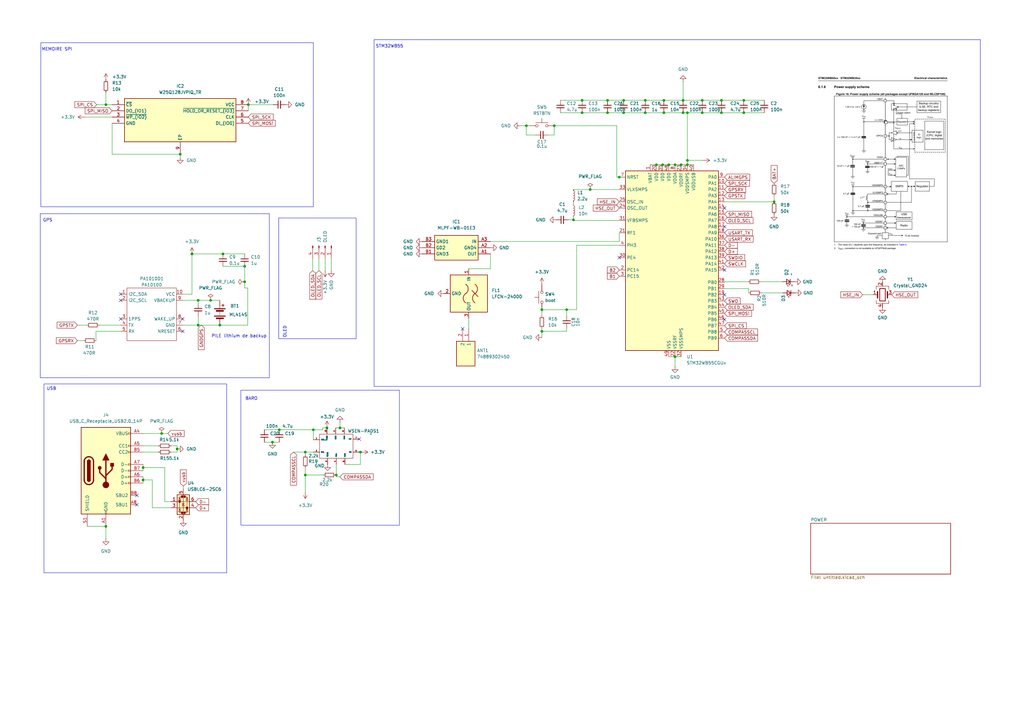
<source format=kicad_sch>
(kicad_sch (version 20231120) (generator "eeschema") (generator_version "8.0")
  (paper "A3")
  (junction (at 81.28 123.19))
  (junction (at 317.5 82.804))
  (junction (at 279.4 67.564))
  (junction (at 288.036 41.148))
  (junction (at 272.288 46.228))
  (junction (at 255.778 46.228))
  (junction (at 264.668 41.148))
  (junction (at 215.9 51.562))
  (junction (at 222.25 135.89))
  (junction (at 276.86 146.304))
  (junction (at 222.25 127))
  (junction (at 134.112 175.514))
  (junction (at 276.86 67.564))
  (junction (at 72.644 184.15))
  (junction (at 100.33 115.57))
  (junction (at 78.74 104.14))
  (junction (at 288.036 46.228))
  (junction (at 128.524 176.276))
  (junction (at 281.94 46.228))
  (junction (at 58.674 191.77))
  (junction (at 271.78 67.564))
  (junction (at 249.174 41.148))
  (junction (at 86.36 123.19))
  (junction (at 66.294 177.8))
  (junction (at 295.91 41.148))
  (junction (at 280.162 46.228))
  (junction (at 137.922 194.818))
  (junction (at 305.054 46.228))
  (junction (at 272.288 41.148))
  (junction (at 242.062 77.724))
  (junction (at 238.76 46.228))
  (junction (at 249.174 46.228))
  (junction (at 254 72.644))
  (junction (at 81.28 133.35))
  (junction (at 147.828 185.42))
  (junction (at 91.44 104.14))
  (junction (at 139.446 175.514))
  (junction (at 43.434 42.926))
  (junction (at 281.94 65.786))
  (junction (at 101.854 42.926))
  (junction (at 274.32 67.564))
  (junction (at 227.33 51.562))
  (junction (at 43.434 215.9))
  (junction (at 111.76 181.356))
  (junction (at 58.674 196.85))
  (junction (at 255.778 41.148))
  (junction (at 114.554 176.276))
  (junction (at 295.91 46.228))
  (junction (at 281.94 67.564))
  (junction (at 269.24 67.564))
  (junction (at 238.76 41.148))
  (junction (at 235.204 90.17))
  (junction (at 125.222 185.42))
  (junction (at 232.41 127))
  (junction (at 90.17 133.35))
  (junction (at 305.054 41.148))
  (junction (at 73.914 63.246))
  (junction (at 264.668 46.228))
  (junction (at 280.162 41.148))
  (junction (at 100.33 109.22))
  (junction (at 125.222 194.818))
  (no_connect (at 49.53 120.65))
  (no_connect (at 297.18 92.964))
  (no_connect (at 49.53 123.19))
  (no_connect (at 147.32 180.086))
  (no_connect (at 297.18 120.904))
  (no_connect (at 297.18 85.344))
  (no_connect (at 254 105.664))
  (no_connect (at 56.134 203.2))
  (no_connect (at 297.18 110.744))
  (no_connect (at 189.738 134.874))
  (no_connect (at 49.53 130.81))
  (no_connect (at 74.93 135.89))
  (no_connect (at 56.134 207.01))
  (no_connect (at 74.93 130.81))
  (no_connect (at 297.18 131.064))
  (wire (pts (xy 74.93 120.65) (xy 78.74 120.65)))
  (wire (pts (xy 317.5 80.264) (xy 317.5 82.804)))
  (wire (pts (xy 91.44 109.22) (xy 100.33 109.22)))
  (wire (pts (xy 288.036 41.148) (xy 295.91 41.148)))
  (wire (pts (xy 254 72.644) (xy 252.984 72.644)))
  (wire (pts (xy 74.93 123.19) (xy 81.28 123.19)))
  (wire (pts (xy 58.674 185.42) (xy 65.024 185.42)))
  (wire (pts (xy 75.184 200.66) (xy 75.184 199.39)))
  (wire (pts (xy 288.036 46.228) (xy 295.91 46.228)))
  (wire (pts (xy 81.28 123.19) (xy 81.28 124.46)))
  (wire (pts (xy 222.25 135.89) (xy 222.25 138.43)))
  (wire (pts (xy 137.668 175.514) (xy 139.446 175.514)))
  (wire (pts (xy 111.76 181.356) (xy 114.554 181.356)))
  (wire (pts (xy 297.18 82.804) (xy 317.5 82.804)))
  (wire (pts (xy 353.822 120.904) (xy 358.14 120.904)))
  (wire (pts (xy 45.974 63.246) (xy 45.974 50.546)))
  (wire (pts (xy 281.94 46.228) (xy 281.94 65.786)))
  (wire (pts (xy 67.564 205.74) (xy 67.564 191.77)))
  (wire (pts (xy 58.674 196.85) (xy 58.674 198.12)))
  (wire (pts (xy 306.832 115.57) (xy 297.18 115.57)))
  (wire (pts (xy 215.9 51.562) (xy 217.17 51.562)))
  (wire (pts (xy 192.278 130.556) (xy 192.278 134.874)))
  (wire (pts (xy 137.668 194.818) (xy 137.922 194.818)))
  (wire (pts (xy 133.35 110.998) (xy 133.35 105.918)))
  (wire (pts (xy 297.18 118.364) (xy 307.086 118.364)))
  (wire (pts (xy 108.458 181.356) (xy 111.76 181.356)))
  (wire (pts (xy 132.334 175.514) (xy 134.112 175.514)))
  (wire (pts (xy 280.162 46.228) (xy 281.94 46.228)))
  (wire (pts (xy 31.75 133.35) (xy 35.56 133.35)))
  (wire (pts (xy 272.288 41.148) (xy 280.162 41.148)))
  (wire (pts (xy 70.104 182.88) (xy 72.644 182.88)))
  (wire (pts (xy 269.24 67.564) (xy 271.78 67.564)))
  (wire (pts (xy 125.222 186.69) (xy 125.222 185.42)))
  (wire (pts (xy 305.054 41.148) (xy 313.436 41.148)))
  (wire (pts (xy 147.828 185.42) (xy 147.32 185.42)))
  (wire (pts (xy 81.28 133.35) (xy 90.17 133.35)))
  (wire (pts (xy 58.674 182.88) (xy 65.024 182.88)))
  (wire (pts (xy 224.79 55.372) (xy 227.33 55.372)))
  (wire (pts (xy 135.89 110.998) (xy 135.89 105.918)))
  (wire (pts (xy 100.33 115.57) (xy 100.33 118.11)))
  (wire (pts (xy 235.204 90.17) (xy 235.204 88.9)))
  (wire (pts (xy 232.41 127) (xy 232.41 129.54)))
  (wire (pts (xy 34.544 48.006) (xy 45.974 48.006)))
  (wire (pts (xy 58.674 191.77) (xy 58.674 193.04)))
  (wire (pts (xy 40.64 133.35) (xy 49.53 133.35)))
  (wire (pts (xy 72.644 185.42) (xy 72.644 184.15)))
  (wire (pts (xy 232.41 134.62) (xy 232.41 135.89)))
  (wire (pts (xy 139.446 195.58) (xy 137.922 195.58)))
  (wire (pts (xy 227.33 51.562) (xy 252.984 51.562)))
  (wire (pts (xy 101.6 118.11) (xy 101.6 133.35)))
  (wire (pts (xy 201.168 110.236) (xy 201.168 104.14)))
  (wire (pts (xy 125.222 194.818) (xy 125.222 191.77)))
  (wire (pts (xy 58.674 195.58) (xy 58.674 196.85)))
  (wire (pts (xy 254 90.424) (xy 235.204 90.424)))
  (wire (pts (xy 39.37 135.89) (xy 49.53 135.89)))
  (wire (pts (xy 35.814 215.9) (xy 43.434 215.9)))
  (wire (pts (xy 232.41 135.89) (xy 222.25 135.89)))
  (wire (pts (xy 148.336 185.42) (xy 147.828 185.42)))
  (wire (pts (xy 254 99.06) (xy 254 95.504)))
  (wire (pts (xy 238.76 41.148) (xy 249.174 41.148)))
  (wire (pts (xy 235.204 77.724) (xy 242.062 77.724)))
  (wire (pts (xy 43.434 42.926) (xy 43.434 37.846)))
  (wire (pts (xy 254.254 72.644) (xy 254 72.644)))
  (wire (pts (xy 264.668 46.228) (xy 272.288 46.228)))
  (wire (pts (xy 213.36 51.562) (xy 215.9 51.562)))
  (wire (pts (xy 78.74 120.65) (xy 78.74 104.14)))
  (wire (pts (xy 236.474 100.584) (xy 236.474 127)))
  (wire (pts (xy 39.37 139.7) (xy 39.37 135.89)))
  (wire (pts (xy 100.33 109.22) (xy 100.33 115.57)))
  (wire (pts (xy 305.054 46.228) (xy 313.436 46.228)))
  (wire (pts (xy 271.78 67.564) (xy 274.32 67.564)))
  (wire (pts (xy 101.6 133.35) (xy 90.17 133.35)))
  (wire (pts (xy 233.172 90.17) (xy 235.204 90.17)))
  (wire (pts (xy 255.778 46.228) (xy 264.668 46.228)))
  (wire (pts (xy 125.222 185.42) (xy 128.524 185.42)))
  (wire (pts (xy 62.484 196.85) (xy 58.674 196.85)))
  (wire (pts (xy 81.28 123.19) (xy 86.36 123.19)))
  (wire (pts (xy 279.4 67.564) (xy 281.94 67.564)))
  (wire (pts (xy 235.204 82.804) (xy 235.204 83.82)))
  (wire (pts (xy 222.25 134.62) (xy 222.25 135.89)))
  (wire (pts (xy 238.76 46.228) (xy 249.174 46.228)))
  (wire (pts (xy 128.524 176.276) (xy 128.524 180.34)))
  (wire (pts (xy 242.062 77.724) (xy 254 77.724)))
  (wire (pts (xy 255.778 41.148) (xy 264.668 41.148)))
  (wire (pts (xy 274.32 146.304) (xy 276.86 146.304)))
  (wire (pts (xy 295.91 46.228) (xy 305.054 46.228)))
  (wire (pts (xy 272.288 46.228) (xy 280.162 46.228)))
  (wire (pts (xy 86.36 123.19) (xy 90.17 123.19)))
  (wire (pts (xy 39.624 42.926) (xy 43.434 42.926)))
  (wire (pts (xy 128.524 176.276) (xy 132.334 176.276)))
  (wire (pts (xy 70.104 208.28) (xy 62.484 208.28)))
  (wire (pts (xy 114.554 176.276) (xy 128.524 176.276)))
  (wire (pts (xy 252.984 51.562) (xy 252.984 72.644)))
  (wire (pts (xy 215.9 55.372) (xy 215.9 51.562)))
  (wire (pts (xy 192.278 110.236) (xy 201.168 110.236)))
  (wire (pts (xy 222.25 129.54) (xy 222.25 127)))
  (wire (pts (xy 249.174 41.148) (xy 255.778 41.148)))
  (wire (pts (xy 101.854 42.926) (xy 101.854 45.466)))
  (wire (pts (xy 141.478 190.5) (xy 147.828 190.5)))
  (wire (pts (xy 281.94 65.786) (xy 281.94 67.564)))
  (wire (pts (xy 249.174 46.228) (xy 255.778 46.228)))
  (wire (pts (xy 307.086 118.364) (xy 307.086 120.142)))
  (wire (pts (xy 264.668 41.148) (xy 272.288 41.148)))
  (wire (pts (xy 280.162 41.148) (xy 288.036 41.148)))
  (wire (pts (xy 281.94 46.228) (xy 288.036 46.228)))
  (wire (pts (xy 120.396 185.42) (xy 125.222 185.42)))
  (wire (pts (xy 43.434 215.9) (xy 43.434 220.98)))
  (wire (pts (xy 70.104 205.74) (xy 67.564 205.74)))
  (wire (pts (xy 147.828 190.5) (xy 147.828 185.42)))
  (wire (pts (xy 311.912 115.57) (xy 320.802 115.57)))
  (wire (pts (xy 227.33 51.562) (xy 227.33 55.372)))
  (wire (pts (xy 101.854 42.926) (xy 112.014 42.926)))
  (wire (pts (xy 125.222 201.93) (xy 125.222 194.818)))
  (wire (pts (xy 74.93 133.35) (xy 81.28 133.35)))
  (wire (pts (xy 235.204 90.424) (xy 235.204 90.17)))
  (wire (pts (xy 128.27 110.998) (xy 128.27 105.918)))
  (wire (pts (xy 134.112 175.26) (xy 134.112 175.514)))
  (wire (pts (xy 70.104 185.42) (xy 72.644 185.42)))
  (wire (pts (xy 132.334 176.276) (xy 132.334 175.514)))
  (wire (pts (xy 137.922 195.58) (xy 137.922 194.818)))
  (wire (pts (xy 139.446 173.228) (xy 139.446 175.514)))
  (wire (pts (xy 91.44 104.14) (xy 100.33 104.14)))
  (wire (pts (xy 222.25 127) (xy 232.41 127)))
  (wire (pts (xy 229.87 41.148) (xy 238.76 41.148)))
  (wire (pts (xy 266.7 67.564) (xy 269.24 67.564)))
  (wire (pts (xy 73.914 63.246) (xy 73.914 64.516)))
  (wire (pts (xy 276.86 67.564) (xy 279.4 67.564)))
  (wire (pts (xy 100.33 118.11) (xy 101.6 118.11)))
  (wire (pts (xy 312.166 120.142) (xy 321.056 120.142)))
  (wire (pts (xy 288.544 65.786) (xy 281.94 65.786)))
  (wire (pts (xy 45.974 42.926) (xy 43.434 42.926)))
  (wire (pts (xy 125.222 194.818) (xy 132.588 194.818)))
  (wire (pts (xy 229.87 46.228) (xy 238.76 46.228)))
  (wire (pts (xy 31.75 139.7) (xy 34.29 139.7)))
  (wire (pts (xy 108.458 176.276) (xy 114.554 176.276)))
  (wire (pts (xy 219.71 55.372) (xy 215.9 55.372)))
  (wire (pts (xy 78.74 104.14) (xy 91.44 104.14)))
  (wire (pts (xy 58.674 190.5) (xy 58.674 191.77)))
  (wire (pts (xy 67.564 191.77) (xy 58.674 191.77)))
  (wire (pts (xy 137.922 190.5) (xy 137.922 194.818)))
  (wire (pts (xy 130.81 110.998) (xy 130.81 105.918)))
  (wire (pts (xy 276.86 146.304) (xy 276.86 150.368)))
  (wire (pts (xy 274.32 67.564) (xy 276.86 67.564)))
  (wire (pts (xy 297.18 115.57) (xy 297.18 115.824)))
  (wire (pts (xy 73.914 63.246) (xy 45.974 63.246)))
  (wire (pts (xy 295.91 41.148) (xy 305.054 41.148)))
  (wire (pts (xy 276.86 146.304) (xy 279.4 146.304)))
  (wire (pts (xy 58.674 177.8) (xy 66.294 177.8)))
  (wire (pts (xy 139.446 175.514) (xy 141.224 175.514)))
  (wire (pts (xy 232.41 127) (xy 236.474 127)))
  (wire (pts (xy 280.162 33.528) (xy 280.162 41.148)))
  (wire (pts (xy 72.644 182.88) (xy 72.644 184.15)))
  (wire (pts (xy 201.168 99.06) (xy 254 99.06)))
  (wire (pts (xy 81.28 133.35) (xy 81.28 129.54)))
  (wire (pts (xy 222.25 116.586) (xy 222.25 116.84)))
  (wire (pts (xy 62.484 208.28) (xy 62.484 196.85)))
  (wire (pts (xy 66.294 177.8) (xy 68.834 177.8)))
  (wire (pts (xy 281.94 67.564) (xy 284.48 67.564)))
  (wire (pts (xy 236.474 100.584) (xy 254 100.584)))
  (rectangle (start 16.764 17.526) (end 128.524 84.836))
  (rectangle (start 114.3 138.938) (end 146.05 89.408))
  (rectangle (start 98.806 160.02) (end 163.83 215.392))
  (rectangle (start 16.51 87.63) (end 110.49 154.94))
  (rectangle (start 153.416 16.256) (end 402.082 158.496))
  (rectangle (start 18.034 157.48) (end 92.964 234.95))
  (image (at 362.712 68.326) (scale 0.425045))
  (text "MEMOIRE SPI\n" (at 23.368 20.32 0) (effects (font (size 1.27 1.27))))
  (text "USB" (at 21.082 159.512 0) (effects (font (size 1.27 1.27))))
  (text "PILE lithium de backup" (at 98.044 137.922 0) (effects (font (size 1.27 1.27))))
  (text "BARO\n" (at 103.124 163.576 0) (effects (font (size 1.27 1.27))))
  (text "STM32WB55" (at 159.766 19.05 0) (effects (font (size 1.27 1.27))))
  (text "OLED" (at 116.84 136.144 90) (effects (font (size 1.27 1.27))))
  (text "GPS" (at 19.558 90.424 0) (effects (font (size 1.27 1.27))))
  (global_label "vusb" (shape input) (at 75.184 199.39 90) (property "Intersheetrefs" "${INTERSHEET_REFS}" (effects (hide yes))))
  (global_label "GPSRX" (shape input) (at 31.75 139.7 180) (property "Intersheetrefs" "${INTERSHEET_REFS}" (effects (hide yes))))
  (global_label "vusb" (shape input) (at 68.834 177.8 0) (property "Intersheetrefs" "${INTERSHEET_REFS}" (effects (hide yes))))
  (global_label "OLED_SCL" (shape input) (at 130.81 110.998 270) (property "Intersheetrefs" "${INTERSHEET_REFS}" (effects (hide yes))))
  (global_label "B1" (shape input) (at 254 113.284 180) (property "Intersheetrefs" "${INTERSHEET_REFS}" (effects (hide yes))))
  (global_label "HSE_IN" (shape input) (at 353.822 120.904 180) (property "Intersheetrefs" "${INTERSHEET_REFS}" (effects (hide yes))))
  (global_label "B2" (shape input) (at 254 110.744 180) (property "Intersheetrefs" "${INTERSHEET_REFS}" (effects (hide yes))))
  (global_label "GPSTX" (shape input) (at 297.18 80.264 0) (property "Intersheetrefs" "${INTERSHEET_REFS}" (effects (hide yes))))
  (global_label "OLED_SDA" (shape input) (at 297.18 125.984 0) (property "Intersheetrefs" "${INTERSHEET_REFS}" (effects (hide yes))))
  (global_label "SPI_MISO" (shape input) (at 297.18 87.884 0) (property "Intersheetrefs" "${INTERSHEET_REFS}" (effects (hide yes))))
  (global_label "USART_RX" (shape input) (at 297.18 98.044 0) (property "Intersheetrefs" "${INTERSHEET_REFS}" (effects (hide yes))))
  (global_label "USART_TX" (shape input) (at 297.18 95.504 0) (property "Intersheetrefs" "${INTERSHEET_REFS}" (effects (hide yes))))
  (global_label "SPI_SCK" (shape input) (at 101.854 48.006 0) (property "Intersheetrefs" "${INTERSHEET_REFS}" (effects (hide yes))))
  (global_label "D-" (shape input) (at 297.18 100.584 0) (property "Intersheetrefs" "${INTERSHEET_REFS}" (effects (hide yes))))
  (global_label "GNDGPS" (shape input) (at 82.55 133.35 270) (property "Intersheetrefs" "${INTERSHEET_REFS}" (effects (hide yes))))
  (global_label "BAT+" (shape input) (at 317.5 75.184 90) (property "Intersheetrefs" "${INTERSHEET_REFS}" (effects (hide yes))))
  (global_label "SWDIO" (shape input) (at 297.18 105.664 0) (property "Intersheetrefs" "${INTERSHEET_REFS}" (effects (hide yes))))
  (global_label "SPI_SCK" (shape input) (at 297.18 75.184 0) (property "Intersheetrefs" "${INTERSHEET_REFS}" (effects (hide yes))))
  (global_label "SPI_CS" (shape input) (at 39.624 42.926 180) (property "Intersheetrefs" "${INTERSHEET_REFS}" (effects (hide yes))))
  (global_label "SWO" (shape input) (at 297.18 123.444 0) (property "Intersheetrefs" "${INTERSHEET_REFS}" (effects (hide yes))))
  (global_label "OLED_SCL" (shape input) (at 297.18 90.424 0) (property "Intersheetrefs" "${INTERSHEET_REFS}" (effects (hide yes))))
  (global_label "HSE_OUT" (shape input) (at 254 85.344 180) (property "Intersheetrefs" "${INTERSHEET_REFS}" (effects (hide yes))))
  (global_label "SPI_MISO" (shape input) (at 45.974 45.466 180) (property "Intersheetrefs" "${INTERSHEET_REFS}" (effects (hide yes))))
  (global_label "COMPASSCL" (shape input) (at 297.18 136.144 0) (property "Intersheetrefs" "${INTERSHEET_REFS}" (effects (hide yes))))
  (global_label "SWCLK" (shape input) (at 297.18 108.204 0) (property "Intersheetrefs" "${INTERSHEET_REFS}" (effects (hide yes))))
  (global_label "GPSRX" (shape input) (at 297.18 77.724 0) (property "Intersheetrefs" "${INTERSHEET_REFS}" (effects (hide yes))))
  (global_label "HSE_OUT" (shape input) (at 365.76 120.904 0) (property "Intersheetrefs" "${INTERSHEET_REFS}" (effects (hide yes))))
  (global_label "GPSTX" (shape input) (at 31.75 133.35 180) (property "Intersheetrefs" "${INTERSHEET_REFS}" (effects (hide yes))))
  (global_label "D+" (shape input) (at 80.264 208.28 0) (property "Intersheetrefs" "${INTERSHEET_REFS}" (effects (hide yes))))
  (global_label "HSE_IN" (shape input) (at 254 82.804 180) (property "Intersheetrefs" "${INTERSHEET_REFS}" (effects (hide yes))))
  (global_label "COMPASSDA" (shape input) (at 139.446 195.58 0) (property "Intersheetrefs" "${INTERSHEET_REFS}" (effects (hide yes))))
  (global_label "COMPASSDA" (shape input) (at 297.18 138.684 0) (property "Intersheetrefs" "${INTERSHEET_REFS}" (effects (hide yes))))
  (global_label "COMPASSCL" (shape input) (at 120.396 185.42 270) (property "Intersheetrefs" "${INTERSHEET_REFS}" (effects (hide yes))))
  (global_label "SPI_CS" (shape input) (at 297.18 133.604 0) (property "Intersheetrefs" "${INTERSHEET_REFS}" (effects (hide yes))))
  (global_label "SPI_MOSi" (shape input) (at 101.854 50.546 0) (property "Intersheetrefs" "${INTERSHEET_REFS}" (effects (hide yes))))
  (global_label "D-" (shape input) (at 80.264 205.74 0) (property "Intersheetrefs" "${INTERSHEET_REFS}" (effects (hide yes))))
  (global_label "SPI_MOSi" (shape input) (at 297.18 128.524 0) (property "Intersheetrefs" "${INTERSHEET_REFS}" (effects (hide yes))))
  (global_label "OLED_SDA" (shape input) (at 128.27 110.998 270) (property "Intersheetrefs" "${INTERSHEET_REFS}" (effects (hide yes))))
  (global_label "ALIMGPS" (shape input) (at 297.18 72.644 0) (property "Intersheetrefs" "${INTERSHEET_REFS}" (effects (hide yes))))
  (global_label "D+" (shape input) (at 297.18 103.124 0) (property "Intersheetrefs" "${INTERSHEET_REFS}" (effects (hide yes))))
  (symbol (lib_id "power:GND") (at 213.36 51.562 270) (unit 1)
    (property "Reference" "#PWR029" (effects (hide yes)))
    (property "Value" "GND" (at 209.55 51.5619 90) (effects (justify right)))
    (property "Description" "Power symbol creates a global label with name \"GND\" , ground" (effects (hide yes)))
  )
  (symbol (lib_id "power:GND") (at 139.446 173.228 180) (unit 1)
    (property "Reference" "#PWR037" (effects (hide yes)))
    (property "Value" "GND" (at 139.446 168.148 0))
    (property "Description" "Power symbol creates a global label with name \"GND\" , ground" (effects (hide yes)))
  )
  (symbol (lib_id "power:GND") (at 173.228 104.14 270) (unit 1)
    (property "Reference" "#PWR044" (effects (hide yes)))
    (property "Value" "GND" (at 169.418 104.1399 90) (effects (justify right)))
    (property "Description" "Power symbol creates a global label with name \"GND\" , ground" (effects (hide yes)))
  )
  (symbol (lib_id "power:GND") (at 326.136 120.142 90) (unit 1)
    (property "Reference" "#PWR047" (effects (hide yes)))
    (property "Value" "GND" (at 329.438 120.1419 90) (effects (justify right)))
    (property "Description" "Power symbol creates a global label with name \"GND\" , ground" (effects (hide yes)))
  )
  (symbol (lib_id "power:GND") (at 134.366 190.5 0) (unit 1)
    (property "Reference" "#PWR036" (effects (hide yes)))
    (property "Value" "GND" (at 131.064 191.008 0))
    (property "Description" "Power symbol creates a global label with name \"GND\" , ground" (effects (hide yes)))
  )
  (symbol (lib_id "Device:C_Small") (at 114.554 42.926 90) (unit 1)
    (property "Reference" "C11" (at 114.5603 36.576 90))
    (property "Value" "100n" (at 114.5603 39.116 90))
    (property "Footprint" "Capacitor_SMD:C_0402_1005Metric" (effects (hide yes)))
    (property "Description" "Unpolarized capacitor, small symbol" (effects (hide yes)))
  )
  (symbol (lib_id "Device:R_Small") (at 309.626 120.142 90) (unit 1)
    (property "Reference" "R2" (at 311.404 123.698 0) (effects (justify left)))
    (property "Value" "510R" (at 313.436 125.73 0) (effects (justify left)))
    (property "Footprint" "Resistor_SMD:R_0402_1005Metric" (effects (hide yes)))
    (property "Description" "Resistor, small symbol" (effects (hide yes)))
  )
  (symbol (lib_id "power:GND") (at 276.86 150.368 0) (unit 1)
    (property "Reference" "#PWR038" (effects (hide yes)))
    (property "Value" "GND" (at 276.86 154.686 0))
    (property "Description" "Power symbol creates a global label with name \"GND\" , ground" (effects (hide yes)))
  )
  (symbol (lib_id "Device:C_Small") (at 238.76 43.688 0) (unit 1)
    (property "Reference" "C13" (at 241.3 42.4242 0) (effects (justify left)))
    (property "Value" "100n" (at 241.3 44.9642 0) (effects (justify left)))
    (property "Footprint" "Capacitor_SMD:C_0402_1005Metric" (effects (hide yes)))
    (property "Description" "Unpolarized capacitor, small symbol" (effects (hide yes)))
  )
  (symbol (lib_id "RF_Filter:LFCN-2400D") (at 192.278 120.396 270) (unit 1)
    (property "Reference" "FL1" (at 201.676 119.1259 90) (effects (justify left)))
    (property "Value" "LFCN-2400D" (at 201.676 121.6659 90) (effects (justify left)))
    (property "Footprint" "DLF162500LT-5028A1:DLF162500LT5028A1" (effects (hide yes)))
    (property "Datasheet" "https://www.minicircuits.com/pdfs/LFCN-2400D+.pdf" (effects (hide yes)))
    (property "Description" "2400MHz 50 Ohm Passive Low Pass Filter, DC capable, FV1206" (effects (hide yes)))
  )
  (symbol (lib_id "LTC4065:USB_C_Receptacle_USB2.0_16P") (at 43.434 193.04 0) (unit 1)
    (property "Reference" "J4" (at 43.434 170.18 0))
    (property "Value" "USB_C_Receptacle_USB2.0_14P" (at 43.434 172.72 0))
    (property "Footprint" "USBCWURTH:USB4110_USBC_SMT" (effects (hide yes)))
    (property "Datasheet" "https://www.we-online.com/components/products/datasheet/629722000214.pdf" (effects (hide yes)))
    (property "Description" "USB 2.0-only 16p Type-C Receptacle connector" (effects (hide yes)))
  )
  (symbol (lib_id "Device:C_Small") (at 313.436 43.688 0) (unit 1)
    (property "Reference" "C2" (at 315.976 42.4242 0) (effects (justify left)))
    (property "Value" "100n" (at 315.976 44.9642 0) (effects (justify left)))
    (property "Footprint" "Capacitor_SMD:C_0402_1005Metric" (effects (hide yes)))
    (property "Description" "Unpolarized capacitor, small symbol" (effects (hide yes)))
  )
  (symbol (lib_id "power:GND") (at 201.168 101.6 90) (unit 1)
    (property "Reference" "#PWR041" (effects (hide yes)))
    (property "Value" "GND" (at 204.724 101.5999 90) (effects (justify right)))
    (property "Description" "Power symbol creates a global label with name \"GND\" , ground" (effects (hide yes)))
  )
  (symbol (lib_id "Device:R_Small") (at 222.25 132.08 0) (unit 1)
    (property "Reference" "R16" (at 224.79 130.8099 0) (effects (justify left)))
    (property "Value" "10k" (at 224.79 133.3499 0) (effects (justify left)))
    (property "Footprint" "Resistor_SMD:R_0402_1005Metric" (effects (hide yes)))
    (property "Description" "Resistor, small symbol" (effects (hide yes)))
  )
  (symbol (lib_id "power:GND") (at 361.95 125.984 0) (unit 1)
    (property "Reference" "#PWR039" (effects (hide yes)))
    (property "Value" "GND" (at 361.95 130.302 0))
    (property "Description" "Power symbol creates a global label with name \"GND\" , ground" (effects (hide yes)))
  )
  (symbol (lib_id "Device:L_Small") (at 235.204 80.264 0) (unit 1)
    (property "Reference" "L1" (at 236.728 78.9939 0) (effects (justify left)))
    (property "Value" "2.2u" (at 236.728 81.5339 0) (effects (justify left)))
    (property "Footprint" "Inductor_SMD:L_0805_2012Metric" (effects (hide yes)))
    (property "Description" "Inductor, small symbol" (effects (hide yes)))
  )
  (symbol (lib_id "Device:C_Small") (at 91.44 106.68 0) (unit 1)
    (property "Reference" "C9" (at 93.98 105.4162 0) (effects (justify left)))
    (property "Value" "0.1u" (at 93.98 107.9562 0) (effects (justify left)))
    (property "Footprint" "Capacitor_SMD:C_0402_1005Metric" (effects (hide yes)))
    (property "Description" "Unpolarized capacitor, small symbol" (effects (hide yes)))
  )
  (symbol (lib_id "power:GND") (at 317.5 87.884 0) (unit 1)
    (property "Reference" "#PWR032" (effects (hide yes)))
    (property "Value" "GND" (at 317.5 92.964 0))
    (property "Description" "Power symbol creates a global label with name \"GND\" , ground" (effects (hide yes)))
  )
  (symbol (lib_id "Device:C_Small") (at 222.25 55.372 90) (unit 1)
    (property "Reference" "C17" (at 222.25 58.166 90))
    (property "Value" "0.1u" (at 222.25 59.944 90))
    (property "Footprint" "Capacitor_SMD:C_0402_1005Metric" (effects (hide yes)))
    (property "Description" "Unpolarized capacitor, small symbol" (effects (hide yes)))
  )
  (symbol (lib_id "Device:C_Small") (at 114.554 178.816 180) (unit 1)
    (property "Reference" "C19" (at 116.84 177.8 0) (effects (justify right)))
    (property "Value" "4.7u" (at 120.142 174.752 0) (effects (justify left)))
    (property "Footprint" "Capacitor_SMD:C_0402_1005Metric" (effects (hide yes)))
    (property "Description" "Unpolarized capacitor, small symbol" (effects (hide yes)))
  )
  (symbol (lib_id "power:PWR_FLAG") (at 100.33 115.57 90) (unit 1)
    (property "Reference" "#FLG03" (effects (hide yes)))
    (property "Value" "PWR_FLAG" (at 96.52 115.5699 90) (effects (justify left)))
    (property "Description" "Special symbol for telling ERC where power comes from" (effects (hide yes)))
  )
  (symbol (lib_id "Device:C_Small") (at 229.87 43.688 0) (unit 1)
    (property "Reference" "C12" (at 232.41 42.4242 0) (effects (justify left)))
    (property "Value" "4.7u" (at 232.41 44.9642 0) (effects (justify left)))
    (property "Footprint" "Capacitor_SMD:C_0402_1005Metric" (effects (hide yes)))
    (property "Description" "Unpolarized capacitor, small symbol" (effects (hide yes)))
  )
  (symbol (lib_id "Device:R_Small") (at 36.83 139.7 270) (unit 1)
    (property "Reference" "R11" (at 36.83 142.24 90))
    (property "Value" "470R" (at 36.576 144.78 90))
    (property "Footprint" "Resistor_SMD:R_0402_1005Metric" (effects (hide yes)))
    (property "Description" "Resistor, small symbol" (effects (hide yes)))
  )
  (symbol (lib_id "Device:C_Small") (at 108.458 178.816 180) (unit 1)
    (property "Reference" "C20" (at 110.744 177.8 0) (effects (justify right)))
    (property "Value" "100n" (at 114.046 174.752 0) (effects (justify left)))
    (property "Footprint" "Capacitor_SMD:C_0402_1005Metric" (effects (hide yes)))
    (property "Description" "Unpolarized capacitor, small symbol" (effects (hide yes)))
  )
  (symbol (lib_id "Device:R_Small") (at 67.564 185.42 90) (unit 1)
    (property "Reference" "R15" (at 67.564 187.96 90))
    (property "Value" "5.1k" (at 71.374 187.96 90))
    (property "Footprint" "Resistor_SMD:R_0402_1005Metric" (effects (hide yes)))
    (property "Description" "Resistor, small symbol" (effects (hide yes)))
  )
  (symbol (lib_id "Device:R_Small") (at 67.564 182.88 90) (unit 1)
    (property "Reference" "R14" (at 67.31 180.34 90))
    (property "Value" "5.1k" (at 71.374 180.34 90))
    (property "Footprint" "Resistor_SMD:R_0402_1005Metric" (effects (hide yes)))
    (property "Description" "Resistor, small symbol" (effects (hide yes)))
  )
  (symbol (lib_id "Device:C_Small") (at 232.41 132.08 180) (unit 1)
    (property "Reference" "C18" (at 235.204 132.08 90))
    (property "Value" "10n" (at 236.982 132.08 90))
    (property "Footprint" "Capacitor_SMD:C_0402_1005Metric" (effects (hide yes)))
    (property "Description" "Unpolarized capacitor, small symbol" (effects (hide yes)))
  )
  (symbol (lib_id "power:GND") (at 117.094 42.926 90) (unit 1)
    (property "Reference" "#PWR023" (effects (hide yes)))
    (property "Value" "GND" (at 120.904 42.9259 90) (effects (justify right)))
    (property "Description" "Power symbol creates a global label with name \"GND\" , ground" (effects (hide yes)))
  )
  (symbol (lib_id "Power_Protection:USBLC6-2SC6") (at 75.184 205.74 0) (unit 1)
    (property "Reference" "U4" (at 76.8351 198.12 0) (effects (justify left)))
    (property "Value" "USBLC6-2SC6" (at 76.8351 200.66 0) (effects (justify left)))
    (property "Footprint" "Package_TO_SOT_SMD:SOT-23-6" (effects (hide yes)))
    (property "Datasheet" "https://www.st.com/resource/en/datasheet/usblc6-2.pdf" (effects (hide yes)))
    (property "Description" "Very low capacitance ESD protection diode, 2 data-line, SOT-23-6" (effects (hide yes)))
  )
  (symbol (lib_id "Device:C_Small") (at 280.162 43.688 0) (unit 1)
    (property "Reference" "C22" (at 282.702 42.4242 0) (effects (justify left)))
    (property "Value" "100n" (at 282.702 44.9642 0) (effects (justify left)))
    (property "Footprint" "Capacitor_SMD:C_0402_1005Metric" (effects (hide yes)))
    (property "Description" "Unpolarized capacitor, small symbol" (effects (hide yes)))
  )
  (symbol (lib_id "Switch:SW_Push") (at 222.25 51.562 0) (unit 1)
    (property "Reference" "SW5" (at 222.25 43.942 0))
    (property "Value" "RSTBTN" (at 222.25 46.482 0))
    (property "Footprint" "KXT3:SW_KXT3" (effects (hide yes)))
    (property "Description" "Push button switch, generic, two pins" (effects (hide yes)))
  )
  (symbol (lib_id "Device:R_Small") (at 317.5 77.724 0) (unit 1)
    (property "Reference" "R17" (at 320.04 76.4539 0) (effects (justify left)))
    (property "Value" "50k" (at 320.04 78.9939 0) (effects (justify left)))
    (property "Footprint" "Resistor_SMD:R_0402_1005Metric" (effects (hide yes)))
    (property "Description" "Resistor, small symbol" (effects (hide yes)))
  )
  (symbol (lib_id "MCU_ST_STM32WB:STM32WB55CGUx") (at 274.32 108.204 0) (unit 1)
    (property "Reference" "U1" (at 281.5941 146.304 0) (effects (justify left)))
    (property "Value" "STM32WB55CGUx" (at 281.5941 148.844 0) (effects (justify left)))
    (property "Footprint" "Package_DFN_QFN:QFN-48-1EP_7x7mm_P0.5mm_EP5.6x5.6mm" (effects (hide yes)))
    (property "Datasheet" "https://www.st.com/resource/en/datasheet/stm32wb55cg.pdf" (effects (hide yes)))
    (property "Description" "STMicroelectronics Arm Cortex-M4 MCU, 1024KB flash, 256KB RAM, 64 MHz, 1.71-3.6V, 30 GPIO, UFQFPN48" (effects (hide yes)))
  )
  (symbol (lib_id "74889302450(antenne):74889302450") (at 192.278 134.874 270) (unit 1)
    (property "Reference" "ANT1" (at 195.58 143.7639 90) (effects (justify left)))
    (property "Value" "74889302450" (at 195.58 146.3039 90) (effects (justify left)))
    (property "Footprint" "antennesmd:74889302450" (effects (hide yes)))
    (property "Datasheet" "https://www.we-online.com/components/products/datasheet/74889302450.pdf" (effects (hide yes)))
    (property "Description" "Antennas WE-MCA 2400-2500 MHz 0.5 dBiAEC-Q200" (effects (hide yes)))
    (property "Height" "1.4" (effects (hide yes)))
    (property "Manufacturer_Name" "Wurth Elektronik" (effects (hide yes)))
    (property "Manufacturer_Part_Number" "74889302450" (effects (hide yes)))
    (property "Mouser Part Number" "710-74889302450" (effects (hide yes)))
    (property "Mouser Price/Stock" "https://www.mouser.co.uk/ProductDetail/Wurth-Elektronik/74889302450?qs=Li%252BoUPsLEnvpM4HLjF1%2F2A%3D%3D" (effects (hide yes)))
  )
  (symbol (lib_id "power:+3.3V") (at 125.222 201.93 180) (unit 1)
    (property "Reference" "#PWR034" (effects (hide yes)))
    (property "Value" "+3.3V" (at 125.222 207.264 0))
    (property "Description" "Power symbol creates a global label with name \"+3.3V\"" (effects (hide yes)))
  )
  (symbol (lib_id "Device:C_Small") (at 295.91 43.688 0) (unit 1)
    (property "Reference" "C24" (at 299.466 42.4242 0) (effects (justify left)))
    (property "Value" "4.7u" (at 299.466 44.9642 0) (effects (justify left)))
    (property "Footprint" "Capacitor_SMD:C_0402_1005Metric" (effects (hide yes)))
    (property "Description" "Unpolarized capacitor, small symbol" (effects (hide yes)))
  )
  (symbol (lib_id "Device:R_Small") (at 317.5 85.344 0) (unit 1)
    (property "Reference" "R18" (at 320.04 84.0739 0) (effects (justify left)))
    (property "Value" "50k" (at 320.04 86.6139 0) (effects (justify left)))
    (property "Footprint" "Resistor_SMD:R_0402_1005Metric" (effects (hide yes)))
    (property "Description" "Resistor, small symbol" (effects (hide yes)))
  )
  (symbol (lib_id "power:GND") (at 111.76 181.356 0) (unit 1)
    (property "Reference" "#PWR033" (effects (hide yes)))
    (property "Value" "GND" (at 111.76 186.182 0))
    (property "Description" "Power symbol creates a global label with name \"GND\" , ground" (effects (hide yes)))
  )
  (symbol (lib_id "Device:C_Small") (at 81.28 127 0) (unit 1)
    (property "Reference" "C8" (at 83.82 125.7362 0) (effects (justify left)))
    (property "Value" "1u" (at 83.82 128.2762 0) (effects (justify left)))
    (property "Footprint" "Capacitor_SMD:C_0402_1005Metric" (effects (hide yes)))
    (property "Description" "Unpolarized capacitor, small symbol" (effects (hide yes)))
  )
  (symbol (lib_id "power:GND") (at 182.118 120.396 270) (unit 1)
    (property "Reference" "#PWR046" (effects (hide yes)))
    (property "Value" "GND" (at 178.054 120.3959 90) (effects (justify right)))
    (property "Description" "Power symbol creates a global label with name \"GND\" , ground" (effects (hide yes)))
  )
  (symbol (lib_id "power:+3.3V") (at 134.112 175.26 0) (unit 1)
    (property "Reference" "#PWR035" (effects (hide yes)))
    (property "Value" "+3.3V" (at 134.112 170.942 0))
    (property "Description" "Power symbol creates a global label with name \"+3.3V\"" (effects (hide yes)))
  )
  (symbol (lib_id "power:GND") (at 72.644 184.15 90) (unit 1)
    (property "Reference" "#PWR025" (effects (hide yes)))
    (property "Value" "GND" (at 76.454 184.1499 90) (effects (justify right)))
    (property "Description" "Power symbol creates a global label with name \"GND\" , ground" (effects (hide yes)))
  )
  (symbol (lib_id "Device:C_Small") (at 249.174 43.688 0) (unit 1)
    (property "Reference" "C26" (at 251.714 42.4242 0) (effects (justify left)))
    (property "Value" "100n" (at 251.714 44.9642 0) (effects (justify left)))
    (property "Footprint" "Capacitor_SMD:C_0402_1005Metric" (effects (hide yes)))
    (property "Description" "Unpolarized capacitor, small symbol" (effects (hide yes)))
  )
  (symbol (lib_id "winbond:W25Q128JVPIQ_TR") (at 45.974 42.926 0) (unit 1)
    (property "Reference" "IC2" (at 73.914 35.306 0))
    (property "Value" "W25Q128JVPIQ_TR" (at 73.914 37.846 0))
    (property "Footprint" "W25Q128:SON127P600X500X80-9N-D" (effects (hide yes)))
    (property "Datasheet" "https://www.winbond.com/resource-files/w25q128jv%20revf%2003272018%20plus.pdf" (effects (hide yes)))
    (property "Description" "NOR Flash spiFlash, 3V, 128M-bit, 4Kb Uniform Sector" (effects (hide yes)))
    (property "Height" "0.8" (effects (hide yes)))
    (property "Manufacturer_Name" "Winbond" (effects (hide yes)))
    (property "Manufacturer_Part_Number" "W25Q128JVPIQ TR" (effects (hide yes)))
    (property "Mouser Part Number" "454-W25Q128JVPIQTR" (effects (hide yes)))
    (property "Mouser Price/Stock" "https://www.mouser.co.uk/ProductDetail/Winbond/W25Q128JVPIQ-TR?qs=qSfuJ%252Bfl%2Fd6H7vbXyrDu3w%3D%3D" (effects (hide yes)))
    (property "Arrow Part Number" "W25Q128JVPIQ TR" (effects (hide yes)))
    (property "Arrow Price/Stock" "https://www.arrow.com/en/products/w25q128jvpiqtr/winbond-electronics?utm_currency=USD&region=nac" (effects (hide yes)))
  )
  (symbol (lib_id "power:+3.3V") (at 43.434 32.766 0) (unit 1)
    (property "Reference" "#PWR020" (effects (hide yes)))
    (property "Value" "+3.3V" (at 45.974 31.4959 0) (effects (justify left)))
    (property "Description" "Power symbol creates a global label with name \"+3.3V\"" (effects (hide yes)))
  )
  (symbol (lib_id "power:PWR_FLAG") (at 66.294 177.8 0) (unit 1)
    (property "Reference" "#FLG04" (effects (hide yes)))
    (property "Value" "PWR_FLAG" (at 66.294 172.72 0))
    (property "Description" "Special symbol for telling ERC where power comes from" (effects (hide yes)))
  )
  (symbol (lib_id "power:+3.3V") (at 101.854 42.926 0) (unit 1)
    (property "Reference" "#PWR022" (effects (hide yes)))
    (property "Value" "+3.3V" (at 104.394 41.6559 0) (effects (justify left)))
    (property "Description" "Power symbol creates a global label with name \"+3.3V\"" (effects (hide yes)))
  )
  (symbol (lib_id "power:GND") (at 280.162 33.528 180) (unit 1)
    (property "Reference" "#PWR027" (effects (hide yes)))
    (property "Value" "GND" (at 280.162 28.448 0))
    (property "Description" "Power symbol creates a global label with name \"GND\" , ground" (effects (hide yes)))
  )
  (symbol (lib_id "Device:C_Small") (at 305.054 43.688 0) (unit 1)
    (property "Reference" "C25" (at 307.594 42.4242 0) (effects (justify left)))
    (property "Value" "100n" (at 307.594 44.9642 0) (effects (justify left)))
    (property "Footprint" "Capacitor_SMD:C_0402_1005Metric" (effects (hide yes)))
    (property "Description" "Unpolarized capacitor, small symbol" (effects (hide yes)))
  )
  (symbol (lib_id "power:+3.3V") (at 222.25 116.586 0) (unit 1)
    (property "Reference" "#PWR031" (effects (hide yes)))
    (property "Value" "+3.3V" (at 222.25 111.506 0))
    (property "Description" "Power symbol creates a global label with name \"+3.3V\"" (effects (hide yes)))
  )
  (symbol (lib_id "power:+3.3V") (at 148.336 185.42 270) (unit 1)
    (property "Reference" "#PWR048" (effects (hide yes)))
    (property "Value" "+3.3V" (at 151.892 185.4199 90) (effects (justify left)))
    (property "Description" "Power symbol creates a global label with name \"+3.3V\"" (effects (hide yes)))
  )
  (symbol (lib_id "Device:L_Small") (at 235.204 86.36 0) (unit 1)
    (property "Reference" "L2" (at 237.236 85.0899 0) (effects (justify left)))
    (property "Value" "10n" (at 237.236 87.6299 0) (effects (justify left)))
    (property "Footprint" "Inductor_SMD:L_0402_1005Metric" (effects (hide yes)))
    (property "Description" "Inductor, small symbol" (effects (hide yes)))
  )
  (symbol (lib_id "Device:C_Small") (at 100.33 106.68 0) (unit 1)
    (property "Reference" "C10" (at 102.87 105.4162 0) (effects (justify left)))
    (property "Value" "1u" (at 102.87 107.9562 0) (effects (justify left)))
    (property "Footprint" "Capacitor_SMD:C_0402_1005Metric" (effects (hide yes)))
    (property "Description" "Unpolarized capacitor, small symbol" (effects (hide yes)))
  )
  (symbol (lib_id "power:+3.3V") (at 133.35 110.998 180) (unit 1)
    (property "Reference" "#PWR016" (effects (hide yes)))
    (property "Value" "+3.3V" (at 133.3499 114.808 90) (effects (justify left)))
    (property "Description" "Power symbol creates a global label with name \"+3.3V\"" (effects (hide yes)))
  )
  (symbol (lib_id "power:GND") (at 173.228 101.6 270) (unit 1)
    (property "Reference" "#PWR043" (effects (hide yes)))
    (property "Value" "GND" (at 169.418 101.5999 90) (effects (justify right)))
    (property "Description" "Power symbol creates a global label with name \"GND\" , ground" (effects (hide yes)))
  )
  (symbol (lib_id "power:GND") (at 75.184 213.36 0) (unit 1)
    (property "Reference" "#PWR026" (effects (hide yes)))
    (property "Value" "GND" (at 75.184 218.44 0))
    (property "Description" "Power symbol creates a global label with name \"GND\" , ground" (effects (hide yes)))
  )
  (symbol (lib_id "Device:R_Small") (at 125.222 189.23 0) (unit 1)
    (property "Reference" "R19" (at 126.492 189.23 0) (effects (justify left)))
    (property "Value" "2.2k" (at 126.492 186.944 0) (effects (justify left)))
    (property "Footprint" "Resistor_SMD:R_0402_1005Metric" (effects (hide yes)))
    (property "Description" "Resistor, small symbol" (effects (hide yes)))
  )
  (symbol (lib_id "Device:Battery") (at 90.17 128.27 0) (unit 1)
    (property "Reference" "BT1" (at 94.488 125.476 0) (effects (justify left)))
    (property "Value" "ML414S" (at 93.98 129.032 0) (effects (justify left)))
    (property "Footprint" "MS414:MS421R-IV03E" (effects (hide yes)))
    (property "Description" "Multiple-cell battery" (effects (hide yes)))
  )
  (symbol (lib_id "Device:R_Small") (at 309.372 115.57 90) (unit 1)
    (property "Reference" "R1" (at 308.61 113.03 0) (effects (justify left)))
    (property "Value" "510R" (at 310.6419 113.03 0) (effects (justify left)))
    (property "Footprint" "Resistor_SMD:R_0402_1005Metric" (effects (hide yes)))
    (property "Description" "Resistor, small symbol" (effects (hide yes)))
  )
  (symbol (lib_id "power:+3.3V") (at 34.544 48.006 90) (unit 1)
    (property "Reference" "#PWR019" (effects (hide yes)))
    (property "Value" "+3.3V" (at 30.734 48.0059 90) (effects (justify left)))
    (property "Description" "Power symbol creates a global label with name \"+3.3V\"" (effects (hide yes)))
  )
  (symbol (lib_id "power:GND") (at 222.25 138.43 270) (unit 1)
    (property "Reference" "#PWR030" (effects (hide yes)))
    (property "Value" "GND" (at 218.44 138.4299 90) (effects (justify right)))
    (property "Description" "Power symbol creates a global label with name \"GND\" , ground" (effects (hide yes)))
  )
  (symbol (lib_id "power:GND") (at 43.434 220.98 0) (unit 1)
    (property "Reference" "#PWR024" (effects (hide yes)))
    (property "Value" "GND" (at 43.434 226.06 0))
    (property "Description" "Power symbol creates a global label with name \"GND\" , ground" (effects (hide yes)))
  )
  (symbol (lib_id "power:GND") (at 228.092 90.17 270) (unit 1)
    (property "Reference" "#PWR045" (effects (hide yes)))
    (property "Value" "GND" (at 223.774 90.1699 90) (effects (justify right)))
    (property "Description" "Power symbol creates a global label with name \"GND\" , ground" (effects (hide yes)))
  )
  (symbol (lib_id "Device:C_Small") (at 272.288 43.688 0) (unit 1)
    (property "Reference" "C15" (at 274.828 42.4242 0) (effects (justify left)))
    (property "Value" "10n" (at 274.828 44.9642 0) (effects (justify left)))
    (property "Footprint" "Capacitor_SMD:C_0402_1005Metric" (effects (hide yes)))
    (property "Description" "Unpolarized capacitor, small symbol" (effects (hide yes)))
  )
  (symbol (lib_id "Device:LED_Small") (at 323.596 120.142 180) (unit 1)
    (property "Reference" "D3" (at 321.31 123.698 90) (effects (justify right)))
    (property "Value" "~" (at 324.8025 117.602 90) (effects (justify right)))
    (property "Footprint" "LED_SMD:LED_0201_0603Metric_Pad0.64x0.40mm_HandSolder" (effects (hide yes)))
    (property "Description" "Light emitting diode, small symbol" (effects (hide yes)))
  )
  (symbol (lib_id "power:GND") (at 73.914 64.516 0) (unit 1)
    (property "Reference" "#PWR021" (effects (hide yes)))
    (property "Value" "GND" (at 76.454 65.7859 0) (effects (justify left)))
    (property "Description" "Power symbol creates a global label with name \"GND\" , ground" (effects (hide yes)))
  )
  (symbol (lib_id "Device:LED_Small") (at 323.342 115.57 180) (unit 1)
    (property "Reference" "D2" (at 322.6434 113.03 90) (effects (justify right)))
    (property "Value" "~" (at 324.5485 113.03 90) (effects (justify right)))
    (property "Footprint" "LED_SMD:LED_0201_0603Metric_Pad0.64x0.40mm_HandSolder" (effects (hide yes)))
    (property "Description" "Light emitting diode, small symbol" (effects (hide yes)))
  )
  (symbol (lib_id "power:PWR_FLAG") (at 86.36 123.19 0) (unit 1)
    (property "Reference" "#FLG02" (effects (hide yes)))
    (property "Value" "PWR_FLAG" (at 86.36 118.11 0))
    (property "Description" "Special symbol for telling ERC where power comes from" (effects (hide yes)))
  )
  (symbol (lib_id "power:GND") (at 173.228 99.06 270) (unit 1)
    (property "Reference" "#PWR042" (effects (hide yes)))
    (property "Value" "GND" (at 169.418 99.0599 90) (effects (justify right)))
    (property "Description" "Power symbol creates a global label with name \"GND\" , ground" (effects (hide yes)))
  )
  (symbol (lib_id "PA1010D:PA1010D") (at 60.96 118.11 0) (unit 1)
    (property "Reference" "PA1010D1" (at 62.23 114.3 0))
    (property "Value" "PA1010D" (at 62.23 116.84 0))
    (property "Footprint" "PA1010D:PA1010D" (effects (hide yes)))
    (property "Datasheet" "https://drive.google.com/file/d/1O-9RGAwgs2fgtnzJRBa9eB1fAqJt7n_k/view" (effects (hide yes)))
  )
  (symbol (lib_id "Device:R_Small") (at 135.128 194.818 90) (unit 1)
    (property "Reference" "R20" (at 134.874 198.628 90) (effects (justify left)))
    (property "Value" "2.2k" (at 136.398 196.85 90) (effects (justify left)))
    (property "Footprint" "Resistor_SMD:R_0402_1005Metric" (effects (hide yes)))
    (property "Description" "Resistor, small symbol" (effects (hide yes)))
  )
  (symbol (lib_id "Switch:SW_Push") (at 222.25 121.92 90) (unit 1)
    (property "Reference" "SW4" (at 223.52 120.6499 90) (effects (justify right)))
    (property "Value" "boot" (at 223.52 123.1899 90) (effects (justify right)))
    (property "Footprint" "KXT3:SW_KXT3" (effects (hide yes)))
    (property "Description" "Push button switch, generic, two pins" (effects (hide yes)))
  )
  (symbol (lib_id "Connector:Conn_01x04_Pin") (at 133.35 100.838 270) (unit 1)
    (property "Reference" "J3" (at 130.8099 99.568 0) (effects (justify right)))
    (property "Value" "OLED" (at 133.3499 99.568 0) (effects (justify right)))
    (property "Footprint" "Connector_PinSocket_2.54mm:PinSocket_1x04_P2.54mm_Vertical" (effects (hide yes)))
    (property "Description" "Generic connector, single row, 01x04, script generated" (effects (hide yes)))
  )
  (symbol (lib_id "MLPF-WB-01E3:MLPF-WB-01E3") (at 201.168 104.14 180) (unit 1)
    (property "Reference" "IC1" (at 187.198 90.932 0))
    (property "Value" "MLPF-WB-01E3" (at 187.198 93.472 0))
    (property "Footprint" "MLPF-WB-01E3:MLPFWB01E3" (effects (hide yes)))
    (property "Datasheet" "https://www.st.com/resource/en/datasheet/mlpf-wb-01e3.pdf" (effects (hide yes)))
    (property "Description" "RF Wireless Misc 2.4 GHz Matched filter companion chip for STM32WB" (effects (hide yes)))
    (property "Height" "0.45" (effects (hide yes)))
    (property "Manufacturer_Name" "STMicroelectronics" (effects (hide yes)))
    (property "Manufacturer_Part_Number" "MLPF-WB-01E3" (effects (hide yes)))
    (property "Mouser Part Number" "511-MLPF-WB-01E3" (effects (hide yes)))
    (property "Mouser Price/Stock" "https://www.mouser.co.uk/ProductDetail/STMicroelectronics/MLPF-WB-01E3?qs=eP2BKZSCXI61c5ogwsYP3A%3D%3D" (effects (hide yes)))
    (property "Arrow Part Number" "MLPF-WB-01E3" (effects (hide yes)))
    (property "Arrow Price/Stock" "https://www.arrow.com/en/products/mlpf-wb-01e3/stmicroelectronics?region=nac" (effects (hide yes)))
  )
  (symbol (lib_id "Device:C_Small") (at 255.778 43.688 0) (unit 1)
    (property "Reference" "C21" (at 258.318 42.4242 0) (effects (justify left)))
    (property "Value" "100n" (at 258.318 44.9642 0) (effects (justify left)))
    (property "Footprint" "Capacitor_SMD:C_0402_1005Metric" (effects (hide yes)))
    (property "Description" "Unpolarized capacitor, small symbol" (effects (hide yes)))
  )
  (symbol (lib_id "Device:C_Small") (at 230.632 90.17 90) (unit 1)
    (property "Reference" "C1" (at 230.6383 83.82 90))
    (property "Value" "4.7u" (at 230.6383 86.36 90))
    (property "Footprint" "Capacitor_SMD:C_0402_1005Metric" (effects (hide yes)))
    (property "Description" "Unpolarized capacitor, small symbol" (effects (hide yes)))
  )
  (symbol (lib_id "Device:C_Small") (at 264.668 43.688 0) (unit 1)
    (property "Reference" "C16" (at 267.208 42.4242 0) (effects (justify left)))
    (property "Value" "1u" (at 267.208 44.9642 0) (effects (justify left)))
    (property "Footprint" "Capacitor_SMD:C_0402_1005Metric" (effects (hide yes)))
    (property "Description" "Unpolarized capacitor, small symbol" (effects (hide yes)))
  )
  (symbol (lib_id "power:GND") (at 135.89 110.998 0) (unit 1)
    (property "Reference" "#PWR017" (effects (hide yes)))
    (property "Value" "GND" (at 135.8899 114.808 90) (effects (justify right)))
    (property "Description" "Power symbol creates a global label with name \"GND\" , ground" (effects (hide yes)))
  )
  (symbol (lib_id "Device:C_Small") (at 288.036 43.688 0) (unit 1)
    (property "Reference" "C23" (at 290.576 42.4242 0) (effects (justify left)))
    (property "Value" "100p" (at 290.576 44.9642 0) (effects (justify left)))
    (property "Footprint" "Capacitor_SMD:C_0402_1005Metric" (effects (hide yes)))
    (property "Description" "Unpolarized capacitor, small symbol" (effects (hide yes)))
  )
  (symbol (lib_id "WSEN-PADS:WSEN-PADS") (at 137.668 173.99 0) (unit 1)
    (property "Reference" "WSEN-PADS1" (at 149.098 176.784 0))
    (property "Value" "~" (at 152.146 178.0013 0))
    (property "Footprint" "WSEN-PADS:2511020213301" (effects (hide yes)))
  )
  (symbol (lib_id "Device:R_Small") (at 43.434 35.306 180) (unit 1)
    (property "Reference" "R13" (at 45.974 34.0359 0) (effects (justify right)))
    (property "Value" "10k" (at 45.974 36.5759 0) (effects (justify right)))
    (property "Footprint" "Resistor_SMD:R_0402_1005Metric" (effects (hide yes)))
    (property "Description" "Resistor, small symbol" (effects (hide yes)))
  )
  (symbol (lib_id "Device:R_Small") (at 38.1 133.35 90) (unit 1)
    (property "Reference" "R12" (at 38.1 128.27 90))
    (property "Value" "470R" (at 38.1 130.81 90))
    (property "Footprint" "Resistor_SMD:R_0402_1005Metric" (effects (hide yes)))
    (property "Description" "Resistor, small symbol" (effects (hide yes)))
  )
  (symbol (lib_id "power:PWR_FLAG") (at 242.062 77.724 0) (unit 1)
    (property "Reference" "#FLG05" (effects (hide yes)))
    (property "Value" "PWR_FLAG" (at 242.062 72.39 0))
    (property "Description" "Special symbol for telling ERC where power comes from" (effects (hide yes)))
  )
  (symbol (lib_id "Device:Crystal_GND24") (at 361.95 120.904 0) (unit 1)
    (property "Reference" "Y1" (at 373.38 114.5854 0))
    (property "Value" "Crystal_GND24" (at 373.38 117.1254 0))
    (property "Footprint" "830069494:830069494" (effects (hide yes)))
    (property "Description" "Four pin crystal, GND on pins 2 and 4" (effects (hide yes)))
  )
  (symbol (lib_id "power:+3.3V") (at 78.74 104.14 0) (unit 1)
    (property "Reference" "#PWR018" (effects (hide yes)))
    (property "Value" "+3.3V" (at 78.74 99.06 0))
    (property "Description" "Power symbol creates a global label with name \"+3.3V\"" (effects (hide yes)))
  )
  (symbol (lib_id "power:GND") (at 361.95 115.824 180) (unit 1)
    (property "Reference" "#PWR040" (effects (hide yes)))
    (property "Value" "GND" (at 361.95 111.252 0))
    (property "Description" "Power symbol creates a global label with name \"GND\" , ground" (effects (hide yes)))
  )
  (symbol (lib_id "power:GND") (at 325.882 115.57 90) (unit 1)
    (property "Reference" "#PWR08" (effects (hide yes)))
    (property "Value" "GND" (at 329.184 115.5699 90) (effects (justify right)))
    (property "Description" "Power symbol creates a global label with name \"GND\" , ground" (effects (hide yes)))
  )
  (symbol (lib_id "power:+3.3V") (at 288.544 65.786 270) (unit 1)
    (property "Reference" "#PWR028" (effects (hide yes)))
    (property "Value" "+3.3V" (at 292.354 65.7859 90) (effects (justify left)))
    (property "Description" "Power symbol creates a global label with name \"+3.3V\"" (effects (hide yes)))
  )
  (sheet (at 332.486 214.63) (size 57.404 20.828) (stroke (width 0.1524))
    (property "Sheetname" "POWER" (at 332.486 213.9184 0) (effects (justify left bottom)))
    (property "Sheetfile" "untitled.kicad_sch" (at 332.486 236.0426 0) (effects (justify left top)))
  )
)
</source>
